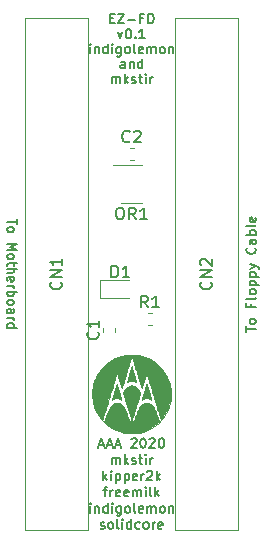
<source format=gbr>
G04 #@! TF.GenerationSoftware,KiCad,Pcbnew,5.1.6*
G04 #@! TF.CreationDate,2020-07-16T15:28:18+01:00*
G04 #@! TF.ProjectId,EZ-DF0,455a2d44-4630-42e6-9b69-6361645f7063,rev?*
G04 #@! TF.SameCoordinates,Original*
G04 #@! TF.FileFunction,Legend,Top*
G04 #@! TF.FilePolarity,Positive*
%FSLAX46Y46*%
G04 Gerber Fmt 4.6, Leading zero omitted, Abs format (unit mm)*
G04 Created by KiCad (PCBNEW 5.1.6) date 2020-07-16 15:28:18*
%MOMM*%
%LPD*%
G01*
G04 APERTURE LIST*
%ADD10C,0.152400*%
%ADD11C,0.010000*%
%ADD12C,0.120000*%
%ADD13C,0.150000*%
G04 APERTURE END LIST*
D10*
X133141961Y-99576466D02*
X133529009Y-99576466D01*
X133064552Y-99808695D02*
X133335485Y-98995895D01*
X133606419Y-99808695D01*
X133838647Y-99576466D02*
X134225695Y-99576466D01*
X133761238Y-99808695D02*
X134032171Y-98995895D01*
X134303104Y-99808695D01*
X134535333Y-99576466D02*
X134922380Y-99576466D01*
X134457923Y-99808695D02*
X134728857Y-98995895D01*
X134999790Y-99808695D01*
X135851295Y-99073304D02*
X135890000Y-99034600D01*
X135967409Y-98995895D01*
X136160933Y-98995895D01*
X136238342Y-99034600D01*
X136277047Y-99073304D01*
X136315752Y-99150714D01*
X136315752Y-99228123D01*
X136277047Y-99344238D01*
X135812590Y-99808695D01*
X136315752Y-99808695D01*
X136818914Y-98995895D02*
X136896323Y-98995895D01*
X136973733Y-99034600D01*
X137012438Y-99073304D01*
X137051142Y-99150714D01*
X137089847Y-99305533D01*
X137089847Y-99499057D01*
X137051142Y-99653876D01*
X137012438Y-99731285D01*
X136973733Y-99769990D01*
X136896323Y-99808695D01*
X136818914Y-99808695D01*
X136741504Y-99769990D01*
X136702800Y-99731285D01*
X136664095Y-99653876D01*
X136625390Y-99499057D01*
X136625390Y-99305533D01*
X136664095Y-99150714D01*
X136702800Y-99073304D01*
X136741504Y-99034600D01*
X136818914Y-98995895D01*
X137399485Y-99073304D02*
X137438190Y-99034600D01*
X137515600Y-98995895D01*
X137709123Y-98995895D01*
X137786533Y-99034600D01*
X137825238Y-99073304D01*
X137863942Y-99150714D01*
X137863942Y-99228123D01*
X137825238Y-99344238D01*
X137360780Y-99808695D01*
X137863942Y-99808695D01*
X138367104Y-98995895D02*
X138444514Y-98995895D01*
X138521923Y-99034600D01*
X138560628Y-99073304D01*
X138599333Y-99150714D01*
X138638038Y-99305533D01*
X138638038Y-99499057D01*
X138599333Y-99653876D01*
X138560628Y-99731285D01*
X138521923Y-99769990D01*
X138444514Y-99808695D01*
X138367104Y-99808695D01*
X138289695Y-99769990D01*
X138250990Y-99731285D01*
X138212285Y-99653876D01*
X138173580Y-99499057D01*
X138173580Y-99305533D01*
X138212285Y-99150714D01*
X138250990Y-99073304D01*
X138289695Y-99034600D01*
X138367104Y-98995895D01*
X134206342Y-101180295D02*
X134206342Y-100638428D01*
X134206342Y-100715838D02*
X134245047Y-100677133D01*
X134322457Y-100638428D01*
X134438571Y-100638428D01*
X134515980Y-100677133D01*
X134554685Y-100754542D01*
X134554685Y-101180295D01*
X134554685Y-100754542D02*
X134593390Y-100677133D01*
X134670800Y-100638428D01*
X134786914Y-100638428D01*
X134864323Y-100677133D01*
X134903028Y-100754542D01*
X134903028Y-101180295D01*
X135290076Y-101180295D02*
X135290076Y-100367495D01*
X135367485Y-100870657D02*
X135599714Y-101180295D01*
X135599714Y-100638428D02*
X135290076Y-100948066D01*
X135909352Y-101141590D02*
X135986761Y-101180295D01*
X136141580Y-101180295D01*
X136218990Y-101141590D01*
X136257695Y-101064180D01*
X136257695Y-101025476D01*
X136218990Y-100948066D01*
X136141580Y-100909361D01*
X136025466Y-100909361D01*
X135948057Y-100870657D01*
X135909352Y-100793247D01*
X135909352Y-100754542D01*
X135948057Y-100677133D01*
X136025466Y-100638428D01*
X136141580Y-100638428D01*
X136218990Y-100677133D01*
X136489923Y-100638428D02*
X136799561Y-100638428D01*
X136606038Y-100367495D02*
X136606038Y-101064180D01*
X136644742Y-101141590D01*
X136722152Y-101180295D01*
X136799561Y-101180295D01*
X137070495Y-101180295D02*
X137070495Y-100638428D01*
X137070495Y-100367495D02*
X137031790Y-100406200D01*
X137070495Y-100444904D01*
X137109200Y-100406200D01*
X137070495Y-100367495D01*
X137070495Y-100444904D01*
X137457542Y-101180295D02*
X137457542Y-100638428D01*
X137457542Y-100793247D02*
X137496247Y-100715838D01*
X137534952Y-100677133D01*
X137612361Y-100638428D01*
X137689771Y-100638428D01*
X133509657Y-102551895D02*
X133509657Y-101739095D01*
X133587066Y-102242257D02*
X133819295Y-102551895D01*
X133819295Y-102010028D02*
X133509657Y-102319666D01*
X134167638Y-102551895D02*
X134167638Y-102010028D01*
X134167638Y-101739095D02*
X134128933Y-101777800D01*
X134167638Y-101816504D01*
X134206342Y-101777800D01*
X134167638Y-101739095D01*
X134167638Y-101816504D01*
X134554685Y-102010028D02*
X134554685Y-102822828D01*
X134554685Y-102048733D02*
X134632095Y-102010028D01*
X134786914Y-102010028D01*
X134864323Y-102048733D01*
X134903028Y-102087438D01*
X134941733Y-102164847D01*
X134941733Y-102397076D01*
X134903028Y-102474485D01*
X134864323Y-102513190D01*
X134786914Y-102551895D01*
X134632095Y-102551895D01*
X134554685Y-102513190D01*
X135290076Y-102010028D02*
X135290076Y-102822828D01*
X135290076Y-102048733D02*
X135367485Y-102010028D01*
X135522304Y-102010028D01*
X135599714Y-102048733D01*
X135638419Y-102087438D01*
X135677123Y-102164847D01*
X135677123Y-102397076D01*
X135638419Y-102474485D01*
X135599714Y-102513190D01*
X135522304Y-102551895D01*
X135367485Y-102551895D01*
X135290076Y-102513190D01*
X136335104Y-102513190D02*
X136257695Y-102551895D01*
X136102876Y-102551895D01*
X136025466Y-102513190D01*
X135986761Y-102435780D01*
X135986761Y-102126142D01*
X136025466Y-102048733D01*
X136102876Y-102010028D01*
X136257695Y-102010028D01*
X136335104Y-102048733D01*
X136373809Y-102126142D01*
X136373809Y-102203552D01*
X135986761Y-102280961D01*
X136722152Y-102551895D02*
X136722152Y-102010028D01*
X136722152Y-102164847D02*
X136760857Y-102087438D01*
X136799561Y-102048733D01*
X136876971Y-102010028D01*
X136954380Y-102010028D01*
X137186609Y-101816504D02*
X137225314Y-101777800D01*
X137302723Y-101739095D01*
X137496247Y-101739095D01*
X137573657Y-101777800D01*
X137612361Y-101816504D01*
X137651066Y-101893914D01*
X137651066Y-101971323D01*
X137612361Y-102087438D01*
X137147904Y-102551895D01*
X137651066Y-102551895D01*
X137999409Y-102551895D02*
X137999409Y-101739095D01*
X138076819Y-102242257D02*
X138309047Y-102551895D01*
X138309047Y-102010028D02*
X137999409Y-102319666D01*
X133509657Y-103381628D02*
X133819295Y-103381628D01*
X133625771Y-103923495D02*
X133625771Y-103226809D01*
X133664476Y-103149400D01*
X133741885Y-103110695D01*
X133819295Y-103110695D01*
X134090228Y-103923495D02*
X134090228Y-103381628D01*
X134090228Y-103536447D02*
X134128933Y-103459038D01*
X134167638Y-103420333D01*
X134245047Y-103381628D01*
X134322457Y-103381628D01*
X134903028Y-103884790D02*
X134825619Y-103923495D01*
X134670800Y-103923495D01*
X134593390Y-103884790D01*
X134554685Y-103807380D01*
X134554685Y-103497742D01*
X134593390Y-103420333D01*
X134670800Y-103381628D01*
X134825619Y-103381628D01*
X134903028Y-103420333D01*
X134941733Y-103497742D01*
X134941733Y-103575152D01*
X134554685Y-103652561D01*
X135599714Y-103884790D02*
X135522304Y-103923495D01*
X135367485Y-103923495D01*
X135290076Y-103884790D01*
X135251371Y-103807380D01*
X135251371Y-103497742D01*
X135290076Y-103420333D01*
X135367485Y-103381628D01*
X135522304Y-103381628D01*
X135599714Y-103420333D01*
X135638419Y-103497742D01*
X135638419Y-103575152D01*
X135251371Y-103652561D01*
X135986761Y-103923495D02*
X135986761Y-103381628D01*
X135986761Y-103459038D02*
X136025466Y-103420333D01*
X136102876Y-103381628D01*
X136218990Y-103381628D01*
X136296400Y-103420333D01*
X136335104Y-103497742D01*
X136335104Y-103923495D01*
X136335104Y-103497742D02*
X136373809Y-103420333D01*
X136451219Y-103381628D01*
X136567333Y-103381628D01*
X136644742Y-103420333D01*
X136683447Y-103497742D01*
X136683447Y-103923495D01*
X137070495Y-103923495D02*
X137070495Y-103381628D01*
X137070495Y-103110695D02*
X137031790Y-103149400D01*
X137070495Y-103188104D01*
X137109200Y-103149400D01*
X137070495Y-103110695D01*
X137070495Y-103188104D01*
X137573657Y-103923495D02*
X137496247Y-103884790D01*
X137457542Y-103807380D01*
X137457542Y-103110695D01*
X137883295Y-103923495D02*
X137883295Y-103110695D01*
X137960704Y-103613857D02*
X138192933Y-103923495D01*
X138192933Y-103381628D02*
X137883295Y-103691266D01*
X132387219Y-105295095D02*
X132387219Y-104753228D01*
X132387219Y-104482295D02*
X132348514Y-104521000D01*
X132387219Y-104559704D01*
X132425923Y-104521000D01*
X132387219Y-104482295D01*
X132387219Y-104559704D01*
X132774266Y-104753228D02*
X132774266Y-105295095D01*
X132774266Y-104830638D02*
X132812971Y-104791933D01*
X132890380Y-104753228D01*
X133006495Y-104753228D01*
X133083904Y-104791933D01*
X133122609Y-104869342D01*
X133122609Y-105295095D01*
X133858000Y-105295095D02*
X133858000Y-104482295D01*
X133858000Y-105256390D02*
X133780590Y-105295095D01*
X133625771Y-105295095D01*
X133548361Y-105256390D01*
X133509657Y-105217685D01*
X133470952Y-105140276D01*
X133470952Y-104908047D01*
X133509657Y-104830638D01*
X133548361Y-104791933D01*
X133625771Y-104753228D01*
X133780590Y-104753228D01*
X133858000Y-104791933D01*
X134245047Y-105295095D02*
X134245047Y-104753228D01*
X134245047Y-104482295D02*
X134206342Y-104521000D01*
X134245047Y-104559704D01*
X134283752Y-104521000D01*
X134245047Y-104482295D01*
X134245047Y-104559704D01*
X134980438Y-104753228D02*
X134980438Y-105411209D01*
X134941733Y-105488619D01*
X134903028Y-105527323D01*
X134825619Y-105566028D01*
X134709504Y-105566028D01*
X134632095Y-105527323D01*
X134980438Y-105256390D02*
X134903028Y-105295095D01*
X134748209Y-105295095D01*
X134670800Y-105256390D01*
X134632095Y-105217685D01*
X134593390Y-105140276D01*
X134593390Y-104908047D01*
X134632095Y-104830638D01*
X134670800Y-104791933D01*
X134748209Y-104753228D01*
X134903028Y-104753228D01*
X134980438Y-104791933D01*
X135483600Y-105295095D02*
X135406190Y-105256390D01*
X135367485Y-105217685D01*
X135328780Y-105140276D01*
X135328780Y-104908047D01*
X135367485Y-104830638D01*
X135406190Y-104791933D01*
X135483600Y-104753228D01*
X135599714Y-104753228D01*
X135677123Y-104791933D01*
X135715828Y-104830638D01*
X135754533Y-104908047D01*
X135754533Y-105140276D01*
X135715828Y-105217685D01*
X135677123Y-105256390D01*
X135599714Y-105295095D01*
X135483600Y-105295095D01*
X136218990Y-105295095D02*
X136141580Y-105256390D01*
X136102876Y-105178980D01*
X136102876Y-104482295D01*
X136838266Y-105256390D02*
X136760857Y-105295095D01*
X136606038Y-105295095D01*
X136528628Y-105256390D01*
X136489923Y-105178980D01*
X136489923Y-104869342D01*
X136528628Y-104791933D01*
X136606038Y-104753228D01*
X136760857Y-104753228D01*
X136838266Y-104791933D01*
X136876971Y-104869342D01*
X136876971Y-104946752D01*
X136489923Y-105024161D01*
X137225314Y-105295095D02*
X137225314Y-104753228D01*
X137225314Y-104830638D02*
X137264019Y-104791933D01*
X137341428Y-104753228D01*
X137457542Y-104753228D01*
X137534952Y-104791933D01*
X137573657Y-104869342D01*
X137573657Y-105295095D01*
X137573657Y-104869342D02*
X137612361Y-104791933D01*
X137689771Y-104753228D01*
X137805885Y-104753228D01*
X137883295Y-104791933D01*
X137922000Y-104869342D01*
X137922000Y-105295095D01*
X138425161Y-105295095D02*
X138347752Y-105256390D01*
X138309047Y-105217685D01*
X138270342Y-105140276D01*
X138270342Y-104908047D01*
X138309047Y-104830638D01*
X138347752Y-104791933D01*
X138425161Y-104753228D01*
X138541276Y-104753228D01*
X138618685Y-104791933D01*
X138657390Y-104830638D01*
X138696095Y-104908047D01*
X138696095Y-105140276D01*
X138657390Y-105217685D01*
X138618685Y-105256390D01*
X138541276Y-105295095D01*
X138425161Y-105295095D01*
X139044438Y-104753228D02*
X139044438Y-105295095D01*
X139044438Y-104830638D02*
X139083142Y-104791933D01*
X139160552Y-104753228D01*
X139276666Y-104753228D01*
X139354076Y-104791933D01*
X139392780Y-104869342D01*
X139392780Y-105295095D01*
X133258076Y-106627990D02*
X133335485Y-106666695D01*
X133490304Y-106666695D01*
X133567714Y-106627990D01*
X133606419Y-106550580D01*
X133606419Y-106511876D01*
X133567714Y-106434466D01*
X133490304Y-106395761D01*
X133374190Y-106395761D01*
X133296780Y-106357057D01*
X133258076Y-106279647D01*
X133258076Y-106240942D01*
X133296780Y-106163533D01*
X133374190Y-106124828D01*
X133490304Y-106124828D01*
X133567714Y-106163533D01*
X134070876Y-106666695D02*
X133993466Y-106627990D01*
X133954761Y-106589285D01*
X133916057Y-106511876D01*
X133916057Y-106279647D01*
X133954761Y-106202238D01*
X133993466Y-106163533D01*
X134070876Y-106124828D01*
X134186990Y-106124828D01*
X134264400Y-106163533D01*
X134303104Y-106202238D01*
X134341809Y-106279647D01*
X134341809Y-106511876D01*
X134303104Y-106589285D01*
X134264400Y-106627990D01*
X134186990Y-106666695D01*
X134070876Y-106666695D01*
X134806266Y-106666695D02*
X134728857Y-106627990D01*
X134690152Y-106550580D01*
X134690152Y-105853895D01*
X135115904Y-106666695D02*
X135115904Y-106124828D01*
X135115904Y-105853895D02*
X135077200Y-105892600D01*
X135115904Y-105931304D01*
X135154609Y-105892600D01*
X135115904Y-105853895D01*
X135115904Y-105931304D01*
X135851295Y-106666695D02*
X135851295Y-105853895D01*
X135851295Y-106627990D02*
X135773885Y-106666695D01*
X135619066Y-106666695D01*
X135541657Y-106627990D01*
X135502952Y-106589285D01*
X135464247Y-106511876D01*
X135464247Y-106279647D01*
X135502952Y-106202238D01*
X135541657Y-106163533D01*
X135619066Y-106124828D01*
X135773885Y-106124828D01*
X135851295Y-106163533D01*
X136586685Y-106627990D02*
X136509276Y-106666695D01*
X136354457Y-106666695D01*
X136277047Y-106627990D01*
X136238342Y-106589285D01*
X136199638Y-106511876D01*
X136199638Y-106279647D01*
X136238342Y-106202238D01*
X136277047Y-106163533D01*
X136354457Y-106124828D01*
X136509276Y-106124828D01*
X136586685Y-106163533D01*
X137051142Y-106666695D02*
X136973733Y-106627990D01*
X136935028Y-106589285D01*
X136896323Y-106511876D01*
X136896323Y-106279647D01*
X136935028Y-106202238D01*
X136973733Y-106163533D01*
X137051142Y-106124828D01*
X137167257Y-106124828D01*
X137244666Y-106163533D01*
X137283371Y-106202238D01*
X137322076Y-106279647D01*
X137322076Y-106511876D01*
X137283371Y-106589285D01*
X137244666Y-106627990D01*
X137167257Y-106666695D01*
X137051142Y-106666695D01*
X137670419Y-106666695D02*
X137670419Y-106124828D01*
X137670419Y-106279647D02*
X137709123Y-106202238D01*
X137747828Y-106163533D01*
X137825238Y-106124828D01*
X137902647Y-106124828D01*
X138483219Y-106627990D02*
X138405809Y-106666695D01*
X138250990Y-106666695D01*
X138173580Y-106627990D01*
X138134876Y-106550580D01*
X138134876Y-106240942D01*
X138173580Y-106163533D01*
X138250990Y-106124828D01*
X138405809Y-106124828D01*
X138483219Y-106163533D01*
X138521923Y-106240942D01*
X138521923Y-106318352D01*
X138134876Y-106395761D01*
X134206342Y-68947695D02*
X134206342Y-68405828D01*
X134206342Y-68483238D02*
X134245047Y-68444533D01*
X134322457Y-68405828D01*
X134438571Y-68405828D01*
X134515980Y-68444533D01*
X134554685Y-68521942D01*
X134554685Y-68947695D01*
X134554685Y-68521942D02*
X134593390Y-68444533D01*
X134670800Y-68405828D01*
X134786914Y-68405828D01*
X134864323Y-68444533D01*
X134903028Y-68521942D01*
X134903028Y-68947695D01*
X135290076Y-68947695D02*
X135290076Y-68134895D01*
X135367485Y-68638057D02*
X135599714Y-68947695D01*
X135599714Y-68405828D02*
X135290076Y-68715466D01*
X135909352Y-68908990D02*
X135986761Y-68947695D01*
X136141580Y-68947695D01*
X136218990Y-68908990D01*
X136257695Y-68831580D01*
X136257695Y-68792876D01*
X136218990Y-68715466D01*
X136141580Y-68676761D01*
X136025466Y-68676761D01*
X135948057Y-68638057D01*
X135909352Y-68560647D01*
X135909352Y-68521942D01*
X135948057Y-68444533D01*
X136025466Y-68405828D01*
X136141580Y-68405828D01*
X136218990Y-68444533D01*
X136489923Y-68405828D02*
X136799561Y-68405828D01*
X136606038Y-68134895D02*
X136606038Y-68831580D01*
X136644742Y-68908990D01*
X136722152Y-68947695D01*
X136799561Y-68947695D01*
X137070495Y-68947695D02*
X137070495Y-68405828D01*
X137070495Y-68134895D02*
X137031790Y-68173600D01*
X137070495Y-68212304D01*
X137109200Y-68173600D01*
X137070495Y-68134895D01*
X137070495Y-68212304D01*
X137457542Y-68947695D02*
X137457542Y-68405828D01*
X137457542Y-68560647D02*
X137496247Y-68483238D01*
X137534952Y-68444533D01*
X137612361Y-68405828D01*
X137689771Y-68405828D01*
X135328780Y-67677695D02*
X135328780Y-67251942D01*
X135290076Y-67174533D01*
X135212666Y-67135828D01*
X135057847Y-67135828D01*
X134980438Y-67174533D01*
X135328780Y-67638990D02*
X135251371Y-67677695D01*
X135057847Y-67677695D01*
X134980438Y-67638990D01*
X134941733Y-67561580D01*
X134941733Y-67484171D01*
X134980438Y-67406761D01*
X135057847Y-67368057D01*
X135251371Y-67368057D01*
X135328780Y-67329352D01*
X135715828Y-67135828D02*
X135715828Y-67677695D01*
X135715828Y-67213238D02*
X135754533Y-67174533D01*
X135831942Y-67135828D01*
X135948057Y-67135828D01*
X136025466Y-67174533D01*
X136064171Y-67251942D01*
X136064171Y-67677695D01*
X136799561Y-67677695D02*
X136799561Y-66864895D01*
X136799561Y-67638990D02*
X136722152Y-67677695D01*
X136567333Y-67677695D01*
X136489923Y-67638990D01*
X136451219Y-67600285D01*
X136412514Y-67522876D01*
X136412514Y-67290647D01*
X136451219Y-67213238D01*
X136489923Y-67174533D01*
X136567333Y-67135828D01*
X136722152Y-67135828D01*
X136799561Y-67174533D01*
X132387219Y-66407695D02*
X132387219Y-65865828D01*
X132387219Y-65594895D02*
X132348514Y-65633600D01*
X132387219Y-65672304D01*
X132425923Y-65633600D01*
X132387219Y-65594895D01*
X132387219Y-65672304D01*
X132774266Y-65865828D02*
X132774266Y-66407695D01*
X132774266Y-65943238D02*
X132812971Y-65904533D01*
X132890380Y-65865828D01*
X133006495Y-65865828D01*
X133083904Y-65904533D01*
X133122609Y-65981942D01*
X133122609Y-66407695D01*
X133858000Y-66407695D02*
X133858000Y-65594895D01*
X133858000Y-66368990D02*
X133780590Y-66407695D01*
X133625771Y-66407695D01*
X133548361Y-66368990D01*
X133509657Y-66330285D01*
X133470952Y-66252876D01*
X133470952Y-66020647D01*
X133509657Y-65943238D01*
X133548361Y-65904533D01*
X133625771Y-65865828D01*
X133780590Y-65865828D01*
X133858000Y-65904533D01*
X134245047Y-66407695D02*
X134245047Y-65865828D01*
X134245047Y-65594895D02*
X134206342Y-65633600D01*
X134245047Y-65672304D01*
X134283752Y-65633600D01*
X134245047Y-65594895D01*
X134245047Y-65672304D01*
X134980438Y-65865828D02*
X134980438Y-66523809D01*
X134941733Y-66601219D01*
X134903028Y-66639923D01*
X134825619Y-66678628D01*
X134709504Y-66678628D01*
X134632095Y-66639923D01*
X134980438Y-66368990D02*
X134903028Y-66407695D01*
X134748209Y-66407695D01*
X134670800Y-66368990D01*
X134632095Y-66330285D01*
X134593390Y-66252876D01*
X134593390Y-66020647D01*
X134632095Y-65943238D01*
X134670800Y-65904533D01*
X134748209Y-65865828D01*
X134903028Y-65865828D01*
X134980438Y-65904533D01*
X135483600Y-66407695D02*
X135406190Y-66368990D01*
X135367485Y-66330285D01*
X135328780Y-66252876D01*
X135328780Y-66020647D01*
X135367485Y-65943238D01*
X135406190Y-65904533D01*
X135483600Y-65865828D01*
X135599714Y-65865828D01*
X135677123Y-65904533D01*
X135715828Y-65943238D01*
X135754533Y-66020647D01*
X135754533Y-66252876D01*
X135715828Y-66330285D01*
X135677123Y-66368990D01*
X135599714Y-66407695D01*
X135483600Y-66407695D01*
X136218990Y-66407695D02*
X136141580Y-66368990D01*
X136102876Y-66291580D01*
X136102876Y-65594895D01*
X136838266Y-66368990D02*
X136760857Y-66407695D01*
X136606038Y-66407695D01*
X136528628Y-66368990D01*
X136489923Y-66291580D01*
X136489923Y-65981942D01*
X136528628Y-65904533D01*
X136606038Y-65865828D01*
X136760857Y-65865828D01*
X136838266Y-65904533D01*
X136876971Y-65981942D01*
X136876971Y-66059352D01*
X136489923Y-66136761D01*
X137225314Y-66407695D02*
X137225314Y-65865828D01*
X137225314Y-65943238D02*
X137264019Y-65904533D01*
X137341428Y-65865828D01*
X137457542Y-65865828D01*
X137534952Y-65904533D01*
X137573657Y-65981942D01*
X137573657Y-66407695D01*
X137573657Y-65981942D02*
X137612361Y-65904533D01*
X137689771Y-65865828D01*
X137805885Y-65865828D01*
X137883295Y-65904533D01*
X137922000Y-65981942D01*
X137922000Y-66407695D01*
X138425161Y-66407695D02*
X138347752Y-66368990D01*
X138309047Y-66330285D01*
X138270342Y-66252876D01*
X138270342Y-66020647D01*
X138309047Y-65943238D01*
X138347752Y-65904533D01*
X138425161Y-65865828D01*
X138541276Y-65865828D01*
X138618685Y-65904533D01*
X138657390Y-65943238D01*
X138696095Y-66020647D01*
X138696095Y-66252876D01*
X138657390Y-66330285D01*
X138618685Y-66368990D01*
X138541276Y-66407695D01*
X138425161Y-66407695D01*
X139044438Y-65865828D02*
X139044438Y-66407695D01*
X139044438Y-65943238D02*
X139083142Y-65904533D01*
X139160552Y-65865828D01*
X139276666Y-65865828D01*
X139354076Y-65904533D01*
X139392780Y-65981942D01*
X139392780Y-66407695D01*
X134728857Y-64595828D02*
X134922380Y-65137695D01*
X135115904Y-64595828D01*
X135580361Y-64324895D02*
X135657771Y-64324895D01*
X135735180Y-64363600D01*
X135773885Y-64402304D01*
X135812590Y-64479714D01*
X135851295Y-64634533D01*
X135851295Y-64828057D01*
X135812590Y-64982876D01*
X135773885Y-65060285D01*
X135735180Y-65098990D01*
X135657771Y-65137695D01*
X135580361Y-65137695D01*
X135502952Y-65098990D01*
X135464247Y-65060285D01*
X135425542Y-64982876D01*
X135386838Y-64828057D01*
X135386838Y-64634533D01*
X135425542Y-64479714D01*
X135464247Y-64402304D01*
X135502952Y-64363600D01*
X135580361Y-64324895D01*
X136199638Y-65060285D02*
X136238342Y-65098990D01*
X136199638Y-65137695D01*
X136160933Y-65098990D01*
X136199638Y-65060285D01*
X136199638Y-65137695D01*
X137012438Y-65137695D02*
X136547980Y-65137695D01*
X136780209Y-65137695D02*
X136780209Y-64324895D01*
X136702800Y-64441009D01*
X136625390Y-64518419D01*
X136547980Y-64557123D01*
X134070876Y-63441942D02*
X134341809Y-63441942D01*
X134457923Y-63867695D02*
X134070876Y-63867695D01*
X134070876Y-63054895D01*
X134457923Y-63054895D01*
X134728857Y-63054895D02*
X135270723Y-63054895D01*
X134728857Y-63867695D01*
X135270723Y-63867695D01*
X135580361Y-63558057D02*
X136199638Y-63558057D01*
X136857619Y-63441942D02*
X136586685Y-63441942D01*
X136586685Y-63867695D02*
X136586685Y-63054895D01*
X136973733Y-63054895D01*
X137283371Y-63867695D02*
X137283371Y-63054895D01*
X137476895Y-63054895D01*
X137593009Y-63093600D01*
X137670419Y-63171009D01*
X137709123Y-63248419D01*
X137747828Y-63403238D01*
X137747828Y-63519352D01*
X137709123Y-63674171D01*
X137670419Y-63751580D01*
X137593009Y-63828990D01*
X137476895Y-63867695D01*
X137283371Y-63867695D01*
X145604895Y-89986152D02*
X145604895Y-89521695D01*
X146417695Y-89753923D02*
X145604895Y-89753923D01*
X146417695Y-89134647D02*
X146378990Y-89212057D01*
X146340285Y-89250761D01*
X146262876Y-89289466D01*
X146030647Y-89289466D01*
X145953238Y-89250761D01*
X145914533Y-89212057D01*
X145875828Y-89134647D01*
X145875828Y-89018533D01*
X145914533Y-88941123D01*
X145953238Y-88902419D01*
X146030647Y-88863714D01*
X146262876Y-88863714D01*
X146340285Y-88902419D01*
X146378990Y-88941123D01*
X146417695Y-89018533D01*
X146417695Y-89134647D01*
X145991942Y-87625161D02*
X145991942Y-87896095D01*
X146417695Y-87896095D02*
X145604895Y-87896095D01*
X145604895Y-87509047D01*
X146417695Y-87083295D02*
X146378990Y-87160704D01*
X146301580Y-87199409D01*
X145604895Y-87199409D01*
X146417695Y-86657542D02*
X146378990Y-86734952D01*
X146340285Y-86773657D01*
X146262876Y-86812361D01*
X146030647Y-86812361D01*
X145953238Y-86773657D01*
X145914533Y-86734952D01*
X145875828Y-86657542D01*
X145875828Y-86541428D01*
X145914533Y-86464019D01*
X145953238Y-86425314D01*
X146030647Y-86386609D01*
X146262876Y-86386609D01*
X146340285Y-86425314D01*
X146378990Y-86464019D01*
X146417695Y-86541428D01*
X146417695Y-86657542D01*
X145875828Y-86038266D02*
X146688628Y-86038266D01*
X145914533Y-86038266D02*
X145875828Y-85960857D01*
X145875828Y-85806038D01*
X145914533Y-85728628D01*
X145953238Y-85689923D01*
X146030647Y-85651219D01*
X146262876Y-85651219D01*
X146340285Y-85689923D01*
X146378990Y-85728628D01*
X146417695Y-85806038D01*
X146417695Y-85960857D01*
X146378990Y-86038266D01*
X145875828Y-85302876D02*
X146688628Y-85302876D01*
X145914533Y-85302876D02*
X145875828Y-85225466D01*
X145875828Y-85070647D01*
X145914533Y-84993238D01*
X145953238Y-84954533D01*
X146030647Y-84915828D01*
X146262876Y-84915828D01*
X146340285Y-84954533D01*
X146378990Y-84993238D01*
X146417695Y-85070647D01*
X146417695Y-85225466D01*
X146378990Y-85302876D01*
X145875828Y-84644895D02*
X146417695Y-84451371D01*
X145875828Y-84257847D02*
X146417695Y-84451371D01*
X146611219Y-84528780D01*
X146649923Y-84567485D01*
X146688628Y-84644895D01*
X146340285Y-82864476D02*
X146378990Y-82903180D01*
X146417695Y-83019295D01*
X146417695Y-83096704D01*
X146378990Y-83212819D01*
X146301580Y-83290228D01*
X146224171Y-83328933D01*
X146069352Y-83367638D01*
X145953238Y-83367638D01*
X145798419Y-83328933D01*
X145721009Y-83290228D01*
X145643600Y-83212819D01*
X145604895Y-83096704D01*
X145604895Y-83019295D01*
X145643600Y-82903180D01*
X145682304Y-82864476D01*
X146417695Y-82167790D02*
X145991942Y-82167790D01*
X145914533Y-82206495D01*
X145875828Y-82283904D01*
X145875828Y-82438723D01*
X145914533Y-82516133D01*
X146378990Y-82167790D02*
X146417695Y-82245200D01*
X146417695Y-82438723D01*
X146378990Y-82516133D01*
X146301580Y-82554838D01*
X146224171Y-82554838D01*
X146146761Y-82516133D01*
X146108057Y-82438723D01*
X146108057Y-82245200D01*
X146069352Y-82167790D01*
X146417695Y-81780742D02*
X145604895Y-81780742D01*
X145914533Y-81780742D02*
X145875828Y-81703333D01*
X145875828Y-81548514D01*
X145914533Y-81471104D01*
X145953238Y-81432400D01*
X146030647Y-81393695D01*
X146262876Y-81393695D01*
X146340285Y-81432400D01*
X146378990Y-81471104D01*
X146417695Y-81548514D01*
X146417695Y-81703333D01*
X146378990Y-81780742D01*
X146417695Y-80929238D02*
X146378990Y-81006647D01*
X146301580Y-81045352D01*
X145604895Y-81045352D01*
X146378990Y-80309961D02*
X146417695Y-80387371D01*
X146417695Y-80542190D01*
X146378990Y-80619600D01*
X146301580Y-80658304D01*
X145991942Y-80658304D01*
X145914533Y-80619600D01*
X145875828Y-80542190D01*
X145875828Y-80387371D01*
X145914533Y-80309961D01*
X145991942Y-80271257D01*
X146069352Y-80271257D01*
X146146761Y-80658304D01*
X126175104Y-80426076D02*
X126175104Y-80890533D01*
X125362304Y-80658304D02*
X126175104Y-80658304D01*
X125362304Y-81277580D02*
X125401009Y-81200171D01*
X125439714Y-81161466D01*
X125517123Y-81122761D01*
X125749352Y-81122761D01*
X125826761Y-81161466D01*
X125865466Y-81200171D01*
X125904171Y-81277580D01*
X125904171Y-81393695D01*
X125865466Y-81471104D01*
X125826761Y-81509809D01*
X125749352Y-81548514D01*
X125517123Y-81548514D01*
X125439714Y-81509809D01*
X125401009Y-81471104D01*
X125362304Y-81393695D01*
X125362304Y-81277580D01*
X125362304Y-82516133D02*
X126175104Y-82516133D01*
X125594533Y-82787066D01*
X126175104Y-83058000D01*
X125362304Y-83058000D01*
X125362304Y-83561161D02*
X125401009Y-83483752D01*
X125439714Y-83445047D01*
X125517123Y-83406342D01*
X125749352Y-83406342D01*
X125826761Y-83445047D01*
X125865466Y-83483752D01*
X125904171Y-83561161D01*
X125904171Y-83677276D01*
X125865466Y-83754685D01*
X125826761Y-83793390D01*
X125749352Y-83832095D01*
X125517123Y-83832095D01*
X125439714Y-83793390D01*
X125401009Y-83754685D01*
X125362304Y-83677276D01*
X125362304Y-83561161D01*
X125904171Y-84064323D02*
X125904171Y-84373961D01*
X126175104Y-84180438D02*
X125478419Y-84180438D01*
X125401009Y-84219142D01*
X125362304Y-84296552D01*
X125362304Y-84373961D01*
X125362304Y-84644895D02*
X126175104Y-84644895D01*
X125362304Y-84993238D02*
X125788057Y-84993238D01*
X125865466Y-84954533D01*
X125904171Y-84877123D01*
X125904171Y-84761009D01*
X125865466Y-84683600D01*
X125826761Y-84644895D01*
X125401009Y-85689923D02*
X125362304Y-85612514D01*
X125362304Y-85457695D01*
X125401009Y-85380285D01*
X125478419Y-85341580D01*
X125788057Y-85341580D01*
X125865466Y-85380285D01*
X125904171Y-85457695D01*
X125904171Y-85612514D01*
X125865466Y-85689923D01*
X125788057Y-85728628D01*
X125710647Y-85728628D01*
X125633238Y-85341580D01*
X125362304Y-86076971D02*
X125904171Y-86076971D01*
X125749352Y-86076971D02*
X125826761Y-86115676D01*
X125865466Y-86154380D01*
X125904171Y-86231790D01*
X125904171Y-86309200D01*
X125362304Y-86580133D02*
X126175104Y-86580133D01*
X125865466Y-86580133D02*
X125904171Y-86657542D01*
X125904171Y-86812361D01*
X125865466Y-86889771D01*
X125826761Y-86928476D01*
X125749352Y-86967180D01*
X125517123Y-86967180D01*
X125439714Y-86928476D01*
X125401009Y-86889771D01*
X125362304Y-86812361D01*
X125362304Y-86657542D01*
X125401009Y-86580133D01*
X125362304Y-87431638D02*
X125401009Y-87354228D01*
X125439714Y-87315523D01*
X125517123Y-87276819D01*
X125749352Y-87276819D01*
X125826761Y-87315523D01*
X125865466Y-87354228D01*
X125904171Y-87431638D01*
X125904171Y-87547752D01*
X125865466Y-87625161D01*
X125826761Y-87663866D01*
X125749352Y-87702571D01*
X125517123Y-87702571D01*
X125439714Y-87663866D01*
X125401009Y-87625161D01*
X125362304Y-87547752D01*
X125362304Y-87431638D01*
X125362304Y-88399257D02*
X125788057Y-88399257D01*
X125865466Y-88360552D01*
X125904171Y-88283142D01*
X125904171Y-88128323D01*
X125865466Y-88050914D01*
X125401009Y-88399257D02*
X125362304Y-88321847D01*
X125362304Y-88128323D01*
X125401009Y-88050914D01*
X125478419Y-88012209D01*
X125555828Y-88012209D01*
X125633238Y-88050914D01*
X125671942Y-88128323D01*
X125671942Y-88321847D01*
X125710647Y-88399257D01*
X125362304Y-88786304D02*
X125904171Y-88786304D01*
X125749352Y-88786304D02*
X125826761Y-88825009D01*
X125865466Y-88863714D01*
X125904171Y-88941123D01*
X125904171Y-89018533D01*
X125362304Y-89637809D02*
X126175104Y-89637809D01*
X125401009Y-89637809D02*
X125362304Y-89560400D01*
X125362304Y-89405580D01*
X125401009Y-89328171D01*
X125439714Y-89289466D01*
X125517123Y-89250761D01*
X125749352Y-89250761D01*
X125826761Y-89289466D01*
X125865466Y-89328171D01*
X125904171Y-89405580D01*
X125904171Y-89560400D01*
X125865466Y-89637809D01*
D11*
G36*
X137227028Y-95995978D02*
G01*
X137348649Y-96034143D01*
X137465676Y-96098509D01*
X137575604Y-96187130D01*
X137675929Y-96298062D01*
X137745884Y-96398795D01*
X137803175Y-96501424D01*
X137863176Y-96627027D01*
X137924013Y-96770730D01*
X137983814Y-96927658D01*
X138040706Y-97092938D01*
X138092815Y-97261695D01*
X138131359Y-97401944D01*
X138171449Y-97557166D01*
X138232255Y-97564222D01*
X138293062Y-97571278D01*
X138191661Y-97666784D01*
X137959471Y-97866248D01*
X137710554Y-98043588D01*
X137446899Y-98197809D01*
X137170492Y-98327913D01*
X136883317Y-98432906D01*
X136587363Y-98511789D01*
X136454444Y-98538047D01*
X136382127Y-98549669D01*
X136310405Y-98558440D01*
X136233013Y-98564808D01*
X136143688Y-98569219D01*
X136036163Y-98572123D01*
X135960555Y-98573323D01*
X135865605Y-98574267D01*
X135777454Y-98574604D01*
X135700952Y-98574358D01*
X135640951Y-98573555D01*
X135602301Y-98572218D01*
X135593666Y-98571510D01*
X135461074Y-98553613D01*
X135326308Y-98531869D01*
X135199828Y-98508086D01*
X135101493Y-98486378D01*
X134832263Y-98408169D01*
X134567845Y-98305982D01*
X134312172Y-98181961D01*
X134069178Y-98038249D01*
X133842795Y-97876992D01*
X133636957Y-97700334D01*
X133606997Y-97671568D01*
X133504161Y-97571278D01*
X133563412Y-97564222D01*
X133622662Y-97557166D01*
X133662752Y-97401944D01*
X133709424Y-97234021D01*
X133762445Y-97065499D01*
X133819941Y-96901254D01*
X133880040Y-96746158D01*
X133940869Y-96605086D01*
X134000554Y-96482912D01*
X134048227Y-96398795D01*
X134133502Y-96279022D01*
X134228796Y-96177627D01*
X134331363Y-96096235D01*
X134438453Y-96036470D01*
X134547322Y-95999957D01*
X134655220Y-95988321D01*
X134729361Y-95995978D01*
X134850982Y-96034143D01*
X134968010Y-96098509D01*
X135077938Y-96187130D01*
X135178262Y-96298062D01*
X135248217Y-96398795D01*
X135305552Y-96501504D01*
X135365594Y-96627211D01*
X135426480Y-96771062D01*
X135486343Y-96928205D01*
X135543320Y-97093789D01*
X135595544Y-97262960D01*
X135633770Y-97401944D01*
X135673939Y-97557166D01*
X136120172Y-97557166D01*
X136160340Y-97401944D01*
X136207234Y-97233468D01*
X136260419Y-97064573D01*
X136318032Y-96900109D01*
X136378207Y-96744931D01*
X136439080Y-96603889D01*
X136498786Y-96481837D01*
X136545893Y-96398795D01*
X136631169Y-96279022D01*
X136726463Y-96177627D01*
X136829029Y-96096235D01*
X136936120Y-96036470D01*
X137044988Y-95999957D01*
X137152887Y-95988321D01*
X137227028Y-95995978D01*
G37*
X137227028Y-95995978D02*
X137348649Y-96034143D01*
X137465676Y-96098509D01*
X137575604Y-96187130D01*
X137675929Y-96298062D01*
X137745884Y-96398795D01*
X137803175Y-96501424D01*
X137863176Y-96627027D01*
X137924013Y-96770730D01*
X137983814Y-96927658D01*
X138040706Y-97092938D01*
X138092815Y-97261695D01*
X138131359Y-97401944D01*
X138171449Y-97557166D01*
X138232255Y-97564222D01*
X138293062Y-97571278D01*
X138191661Y-97666784D01*
X137959471Y-97866248D01*
X137710554Y-98043588D01*
X137446899Y-98197809D01*
X137170492Y-98327913D01*
X136883317Y-98432906D01*
X136587363Y-98511789D01*
X136454444Y-98538047D01*
X136382127Y-98549669D01*
X136310405Y-98558440D01*
X136233013Y-98564808D01*
X136143688Y-98569219D01*
X136036163Y-98572123D01*
X135960555Y-98573323D01*
X135865605Y-98574267D01*
X135777454Y-98574604D01*
X135700952Y-98574358D01*
X135640951Y-98573555D01*
X135602301Y-98572218D01*
X135593666Y-98571510D01*
X135461074Y-98553613D01*
X135326308Y-98531869D01*
X135199828Y-98508086D01*
X135101493Y-98486378D01*
X134832263Y-98408169D01*
X134567845Y-98305982D01*
X134312172Y-98181961D01*
X134069178Y-98038249D01*
X133842795Y-97876992D01*
X133636957Y-97700334D01*
X133606997Y-97671568D01*
X133504161Y-97571278D01*
X133563412Y-97564222D01*
X133622662Y-97557166D01*
X133662752Y-97401944D01*
X133709424Y-97234021D01*
X133762445Y-97065499D01*
X133819941Y-96901254D01*
X133880040Y-96746158D01*
X133940869Y-96605086D01*
X134000554Y-96482912D01*
X134048227Y-96398795D01*
X134133502Y-96279022D01*
X134228796Y-96177627D01*
X134331363Y-96096235D01*
X134438453Y-96036470D01*
X134547322Y-95999957D01*
X134655220Y-95988321D01*
X134729361Y-95995978D01*
X134850982Y-96034143D01*
X134968010Y-96098509D01*
X135077938Y-96187130D01*
X135178262Y-96298062D01*
X135248217Y-96398795D01*
X135305552Y-96501504D01*
X135365594Y-96627211D01*
X135426480Y-96771062D01*
X135486343Y-96928205D01*
X135543320Y-97093789D01*
X135595544Y-97262960D01*
X135633770Y-97401944D01*
X135673939Y-97557166D01*
X136120172Y-97557166D01*
X136160340Y-97401944D01*
X136207234Y-97233468D01*
X136260419Y-97064573D01*
X136318032Y-96900109D01*
X136378207Y-96744931D01*
X136439080Y-96603889D01*
X136498786Y-96481837D01*
X136545893Y-96398795D01*
X136631169Y-96279022D01*
X136726463Y-96177627D01*
X136829029Y-96096235D01*
X136936120Y-96036470D01*
X137044988Y-95999957D01*
X137152887Y-95988321D01*
X137227028Y-95995978D01*
G36*
X136018186Y-94540670D02*
G01*
X136131443Y-94582024D01*
X136241456Y-94649991D01*
X136346644Y-94744572D01*
X136445429Y-94865765D01*
X136526876Y-94996364D01*
X136555886Y-95045825D01*
X136581645Y-95084163D01*
X136600206Y-95105734D01*
X136605306Y-95108475D01*
X136626991Y-95117818D01*
X136629737Y-95121226D01*
X136627515Y-95137359D01*
X136617487Y-95177338D01*
X136600564Y-95238166D01*
X136577656Y-95316847D01*
X136549674Y-95410384D01*
X136517530Y-95515780D01*
X136482132Y-95630038D01*
X136444394Y-95750163D01*
X136405224Y-95873157D01*
X136365535Y-95996025D01*
X136341848Y-96068444D01*
X136325478Y-96119262D01*
X136302082Y-96193349D01*
X136272819Y-96286963D01*
X136238850Y-96396363D01*
X136201334Y-96517808D01*
X136161429Y-96647558D01*
X136120297Y-96781871D01*
X136092559Y-96872778D01*
X136053681Y-97000242D01*
X136017318Y-97119177D01*
X135984292Y-97226914D01*
X135955426Y-97320782D01*
X135931541Y-97398111D01*
X135913461Y-97456231D01*
X135902009Y-97492473D01*
X135898033Y-97504195D01*
X135893373Y-97491955D01*
X135881454Y-97455570D01*
X135863172Y-97397916D01*
X135839424Y-97321866D01*
X135811106Y-97230293D01*
X135779115Y-97126073D01*
X135744346Y-97012080D01*
X135735231Y-96982084D01*
X135695589Y-96851907D01*
X135654770Y-96718566D01*
X135614373Y-96587234D01*
X135575997Y-96463083D01*
X135541239Y-96351286D01*
X135511697Y-96257015D01*
X135492175Y-96195444D01*
X135420306Y-95970048D01*
X135357279Y-95771041D01*
X135303109Y-95598472D01*
X135257809Y-95452388D01*
X135221395Y-95332836D01*
X135193882Y-95239864D01*
X135175282Y-95173521D01*
X135165613Y-95133853D01*
X135164407Y-95121173D01*
X135183886Y-95109065D01*
X135188805Y-95108475D01*
X135202640Y-95096693D01*
X135225521Y-95065501D01*
X135253500Y-95020545D01*
X135267234Y-94996364D01*
X135358972Y-94851425D01*
X135458522Y-94733100D01*
X135564307Y-94641387D01*
X135674745Y-94576288D01*
X135788257Y-94537802D01*
X135903264Y-94525929D01*
X136018186Y-94540670D01*
G37*
X136018186Y-94540670D02*
X136131443Y-94582024D01*
X136241456Y-94649991D01*
X136346644Y-94744572D01*
X136445429Y-94865765D01*
X136526876Y-94996364D01*
X136555886Y-95045825D01*
X136581645Y-95084163D01*
X136600206Y-95105734D01*
X136605306Y-95108475D01*
X136626991Y-95117818D01*
X136629737Y-95121226D01*
X136627515Y-95137359D01*
X136617487Y-95177338D01*
X136600564Y-95238166D01*
X136577656Y-95316847D01*
X136549674Y-95410384D01*
X136517530Y-95515780D01*
X136482132Y-95630038D01*
X136444394Y-95750163D01*
X136405224Y-95873157D01*
X136365535Y-95996025D01*
X136341848Y-96068444D01*
X136325478Y-96119262D01*
X136302082Y-96193349D01*
X136272819Y-96286963D01*
X136238850Y-96396363D01*
X136201334Y-96517808D01*
X136161429Y-96647558D01*
X136120297Y-96781871D01*
X136092559Y-96872778D01*
X136053681Y-97000242D01*
X136017318Y-97119177D01*
X135984292Y-97226914D01*
X135955426Y-97320782D01*
X135931541Y-97398111D01*
X135913461Y-97456231D01*
X135902009Y-97492473D01*
X135898033Y-97504195D01*
X135893373Y-97491955D01*
X135881454Y-97455570D01*
X135863172Y-97397916D01*
X135839424Y-97321866D01*
X135811106Y-97230293D01*
X135779115Y-97126073D01*
X135744346Y-97012080D01*
X135735231Y-96982084D01*
X135695589Y-96851907D01*
X135654770Y-96718566D01*
X135614373Y-96587234D01*
X135575997Y-96463083D01*
X135541239Y-96351286D01*
X135511697Y-96257015D01*
X135492175Y-96195444D01*
X135420306Y-95970048D01*
X135357279Y-95771041D01*
X135303109Y-95598472D01*
X135257809Y-95452388D01*
X135221395Y-95332836D01*
X135193882Y-95239864D01*
X135175282Y-95173521D01*
X135165613Y-95133853D01*
X135164407Y-95121173D01*
X135183886Y-95109065D01*
X135188805Y-95108475D01*
X135202640Y-95096693D01*
X135225521Y-95065501D01*
X135253500Y-95020545D01*
X135267234Y-94996364D01*
X135358972Y-94851425D01*
X135458522Y-94733100D01*
X135564307Y-94641387D01*
X135674745Y-94576288D01*
X135788257Y-94537802D01*
X135903264Y-94525929D01*
X136018186Y-94540670D01*
G36*
X136058471Y-91927432D02*
G01*
X136198372Y-91933873D01*
X136325317Y-91944011D01*
X136432490Y-91957795D01*
X136447389Y-91960343D01*
X136750358Y-92028197D01*
X137042116Y-92121244D01*
X137321420Y-92238552D01*
X137587026Y-92379192D01*
X137837690Y-92542231D01*
X138072169Y-92726739D01*
X138289220Y-92931785D01*
X138487597Y-93156438D01*
X138666059Y-93399769D01*
X138823362Y-93660844D01*
X138888862Y-93787844D01*
X139011412Y-94067486D01*
X139106320Y-94349719D01*
X139174156Y-94636385D01*
X139198803Y-94786960D01*
X139208170Y-94876487D01*
X139214894Y-94987164D01*
X139218975Y-95112042D01*
X139220412Y-95244172D01*
X139219206Y-95376606D01*
X139215356Y-95502394D01*
X139208863Y-95614588D01*
X139199727Y-95706240D01*
X139198803Y-95713040D01*
X139144799Y-96000530D01*
X139064022Y-96285210D01*
X138957916Y-96563690D01*
X138827923Y-96832580D01*
X138675487Y-97088491D01*
X138521664Y-97303166D01*
X138481360Y-97353798D01*
X138444719Y-97398042D01*
X138416924Y-97429724D01*
X138406673Y-97440114D01*
X138402817Y-97442823D01*
X138398695Y-97443192D01*
X138393896Y-97439945D01*
X138388009Y-97431808D01*
X138380623Y-97417508D01*
X138371328Y-97395769D01*
X138359712Y-97365317D01*
X138345364Y-97324878D01*
X138327874Y-97273178D01*
X138306831Y-97208941D01*
X138281823Y-97130894D01*
X138252439Y-97037762D01*
X138218270Y-96928271D01*
X138178903Y-96801146D01*
X138133927Y-96655114D01*
X138082933Y-96488899D01*
X138025509Y-96301227D01*
X137961243Y-96090824D01*
X137889726Y-95856416D01*
X137810546Y-95596727D01*
X137781010Y-95499836D01*
X137711158Y-95270617D01*
X137643398Y-95048123D01*
X137578203Y-94833919D01*
X137516047Y-94629567D01*
X137457404Y-94436630D01*
X137402748Y-94256671D01*
X137352553Y-94091252D01*
X137307294Y-93941938D01*
X137267443Y-93810291D01*
X137233477Y-93697874D01*
X137205867Y-93606250D01*
X137185089Y-93536982D01*
X137171617Y-93491633D01*
X137165983Y-93472000D01*
X137149741Y-93408500D01*
X137099326Y-93570778D01*
X137071891Y-93659859D01*
X137038310Y-93770141D01*
X137000348Y-93895733D01*
X136959775Y-94030745D01*
X136918356Y-94169286D01*
X136877860Y-94305469D01*
X136840053Y-94433401D01*
X136819876Y-94502111D01*
X136793389Y-94591025D01*
X136773038Y-94655175D01*
X136757759Y-94697084D01*
X136746484Y-94719273D01*
X136738150Y-94724268D01*
X136731691Y-94714591D01*
X136731007Y-94712609D01*
X136724469Y-94691697D01*
X136710566Y-94646419D01*
X136689969Y-94578989D01*
X136663349Y-94491624D01*
X136631378Y-94386540D01*
X136594726Y-94265953D01*
X136554066Y-94132077D01*
X136510068Y-93987129D01*
X136463404Y-93833325D01*
X136414746Y-93672880D01*
X136364764Y-93508009D01*
X136314130Y-93340930D01*
X136263515Y-93173856D01*
X136213591Y-93009005D01*
X136165029Y-92848591D01*
X136118500Y-92694831D01*
X136074676Y-92549940D01*
X136034227Y-92416134D01*
X135997827Y-92295628D01*
X135966144Y-92190639D01*
X135939852Y-92103382D01*
X135919621Y-92036072D01*
X135906123Y-91990926D01*
X135900029Y-91970159D01*
X135899767Y-91969166D01*
X135894580Y-91949847D01*
X135892326Y-91957689D01*
X135891637Y-91967851D01*
X135887499Y-91983426D01*
X135875826Y-92023797D01*
X135857285Y-92086757D01*
X135832542Y-92170099D01*
X135802264Y-92271615D01*
X135767116Y-92389097D01*
X135727766Y-92520338D01*
X135684879Y-92663130D01*
X135639123Y-92815265D01*
X135591163Y-92974536D01*
X135541665Y-93138736D01*
X135491297Y-93305656D01*
X135440724Y-93473089D01*
X135390614Y-93638827D01*
X135341632Y-93800664D01*
X135294444Y-93956390D01*
X135249718Y-94103799D01*
X135208119Y-94240683D01*
X135170314Y-94364835D01*
X135136969Y-94474046D01*
X135108752Y-94566109D01*
X135086327Y-94638817D01*
X135070362Y-94689962D01*
X135063104Y-94712609D01*
X135056795Y-94723844D01*
X135048736Y-94720702D01*
X135037863Y-94700662D01*
X135023108Y-94661200D01*
X135003409Y-94599793D01*
X134977698Y-94513917D01*
X134974235Y-94502111D01*
X134938823Y-94381741D01*
X134899687Y-94249674D01*
X134858594Y-94111799D01*
X134817311Y-93974006D01*
X134777606Y-93842185D01*
X134741246Y-93722225D01*
X134709998Y-93620018D01*
X134694784Y-93570778D01*
X134644369Y-93408500D01*
X134628127Y-93472000D01*
X134620242Y-93500229D01*
X134604917Y-93552583D01*
X134582706Y-93627248D01*
X134554166Y-93722414D01*
X134519850Y-93836268D01*
X134480314Y-93966998D01*
X134436111Y-94112794D01*
X134387797Y-94271843D01*
X134335926Y-94442333D01*
X134281053Y-94622454D01*
X134223733Y-94810392D01*
X134164520Y-95004337D01*
X134103969Y-95202476D01*
X134042635Y-95402998D01*
X133981072Y-95604092D01*
X133919836Y-95803944D01*
X133859480Y-96000745D01*
X133800560Y-96192681D01*
X133743630Y-96377942D01*
X133689245Y-96554715D01*
X133637959Y-96721189D01*
X133590328Y-96875552D01*
X133546906Y-97015993D01*
X133508247Y-97140699D01*
X133474907Y-97247859D01*
X133447440Y-97335661D01*
X133426401Y-97402293D01*
X133412345Y-97445944D01*
X133405825Y-97464803D01*
X133405458Y-97465444D01*
X133393750Y-97455116D01*
X133368413Y-97427090D01*
X133333330Y-97385801D01*
X133297439Y-97341972D01*
X133117890Y-97096916D01*
X132961944Y-96836624D01*
X132829902Y-96561784D01*
X132722068Y-96273082D01*
X132638742Y-95971206D01*
X132592556Y-95736833D01*
X132580951Y-95643761D01*
X132572565Y-95529478D01*
X132567396Y-95400815D01*
X132565446Y-95264600D01*
X132566714Y-95127661D01*
X132571200Y-94996826D01*
X132578905Y-94878925D01*
X132589827Y-94780786D01*
X132592556Y-94763166D01*
X132657416Y-94450668D01*
X132746672Y-94152334D01*
X132860318Y-93868182D01*
X132998348Y-93598232D01*
X133106248Y-93422611D01*
X133180751Y-93312559D01*
X133250127Y-93217542D01*
X133320896Y-93129488D01*
X133399582Y-93040327D01*
X133492704Y-92941986D01*
X133503675Y-92930706D01*
X133729332Y-92718419D01*
X133968589Y-92530738D01*
X134221706Y-92367528D01*
X134488945Y-92228656D01*
X134770563Y-92113987D01*
X135066821Y-92023389D01*
X135377980Y-91956727D01*
X135403166Y-91952483D01*
X135505616Y-91939668D01*
X135629187Y-91930807D01*
X135767063Y-91925848D01*
X135912430Y-91924740D01*
X136058471Y-91927432D01*
G37*
X136058471Y-91927432D02*
X136198372Y-91933873D01*
X136325317Y-91944011D01*
X136432490Y-91957795D01*
X136447389Y-91960343D01*
X136750358Y-92028197D01*
X137042116Y-92121244D01*
X137321420Y-92238552D01*
X137587026Y-92379192D01*
X137837690Y-92542231D01*
X138072169Y-92726739D01*
X138289220Y-92931785D01*
X138487597Y-93156438D01*
X138666059Y-93399769D01*
X138823362Y-93660844D01*
X138888862Y-93787844D01*
X139011412Y-94067486D01*
X139106320Y-94349719D01*
X139174156Y-94636385D01*
X139198803Y-94786960D01*
X139208170Y-94876487D01*
X139214894Y-94987164D01*
X139218975Y-95112042D01*
X139220412Y-95244172D01*
X139219206Y-95376606D01*
X139215356Y-95502394D01*
X139208863Y-95614588D01*
X139199727Y-95706240D01*
X139198803Y-95713040D01*
X139144799Y-96000530D01*
X139064022Y-96285210D01*
X138957916Y-96563690D01*
X138827923Y-96832580D01*
X138675487Y-97088491D01*
X138521664Y-97303166D01*
X138481360Y-97353798D01*
X138444719Y-97398042D01*
X138416924Y-97429724D01*
X138406673Y-97440114D01*
X138402817Y-97442823D01*
X138398695Y-97443192D01*
X138393896Y-97439945D01*
X138388009Y-97431808D01*
X138380623Y-97417508D01*
X138371328Y-97395769D01*
X138359712Y-97365317D01*
X138345364Y-97324878D01*
X138327874Y-97273178D01*
X138306831Y-97208941D01*
X138281823Y-97130894D01*
X138252439Y-97037762D01*
X138218270Y-96928271D01*
X138178903Y-96801146D01*
X138133927Y-96655114D01*
X138082933Y-96488899D01*
X138025509Y-96301227D01*
X137961243Y-96090824D01*
X137889726Y-95856416D01*
X137810546Y-95596727D01*
X137781010Y-95499836D01*
X137711158Y-95270617D01*
X137643398Y-95048123D01*
X137578203Y-94833919D01*
X137516047Y-94629567D01*
X137457404Y-94436630D01*
X137402748Y-94256671D01*
X137352553Y-94091252D01*
X137307294Y-93941938D01*
X137267443Y-93810291D01*
X137233477Y-93697874D01*
X137205867Y-93606250D01*
X137185089Y-93536982D01*
X137171617Y-93491633D01*
X137165983Y-93472000D01*
X137149741Y-93408500D01*
X137099326Y-93570778D01*
X137071891Y-93659859D01*
X137038310Y-93770141D01*
X137000348Y-93895733D01*
X136959775Y-94030745D01*
X136918356Y-94169286D01*
X136877860Y-94305469D01*
X136840053Y-94433401D01*
X136819876Y-94502111D01*
X136793389Y-94591025D01*
X136773038Y-94655175D01*
X136757759Y-94697084D01*
X136746484Y-94719273D01*
X136738150Y-94724268D01*
X136731691Y-94714591D01*
X136731007Y-94712609D01*
X136724469Y-94691697D01*
X136710566Y-94646419D01*
X136689969Y-94578989D01*
X136663349Y-94491624D01*
X136631378Y-94386540D01*
X136594726Y-94265953D01*
X136554066Y-94132077D01*
X136510068Y-93987129D01*
X136463404Y-93833325D01*
X136414746Y-93672880D01*
X136364764Y-93508009D01*
X136314130Y-93340930D01*
X136263515Y-93173856D01*
X136213591Y-93009005D01*
X136165029Y-92848591D01*
X136118500Y-92694831D01*
X136074676Y-92549940D01*
X136034227Y-92416134D01*
X135997827Y-92295628D01*
X135966144Y-92190639D01*
X135939852Y-92103382D01*
X135919621Y-92036072D01*
X135906123Y-91990926D01*
X135900029Y-91970159D01*
X135899767Y-91969166D01*
X135894580Y-91949847D01*
X135892326Y-91957689D01*
X135891637Y-91967851D01*
X135887499Y-91983426D01*
X135875826Y-92023797D01*
X135857285Y-92086757D01*
X135832542Y-92170099D01*
X135802264Y-92271615D01*
X135767116Y-92389097D01*
X135727766Y-92520338D01*
X135684879Y-92663130D01*
X135639123Y-92815265D01*
X135591163Y-92974536D01*
X135541665Y-93138736D01*
X135491297Y-93305656D01*
X135440724Y-93473089D01*
X135390614Y-93638827D01*
X135341632Y-93800664D01*
X135294444Y-93956390D01*
X135249718Y-94103799D01*
X135208119Y-94240683D01*
X135170314Y-94364835D01*
X135136969Y-94474046D01*
X135108752Y-94566109D01*
X135086327Y-94638817D01*
X135070362Y-94689962D01*
X135063104Y-94712609D01*
X135056795Y-94723844D01*
X135048736Y-94720702D01*
X135037863Y-94700662D01*
X135023108Y-94661200D01*
X135003409Y-94599793D01*
X134977698Y-94513917D01*
X134974235Y-94502111D01*
X134938823Y-94381741D01*
X134899687Y-94249674D01*
X134858594Y-94111799D01*
X134817311Y-93974006D01*
X134777606Y-93842185D01*
X134741246Y-93722225D01*
X134709998Y-93620018D01*
X134694784Y-93570778D01*
X134644369Y-93408500D01*
X134628127Y-93472000D01*
X134620242Y-93500229D01*
X134604917Y-93552583D01*
X134582706Y-93627248D01*
X134554166Y-93722414D01*
X134519850Y-93836268D01*
X134480314Y-93966998D01*
X134436111Y-94112794D01*
X134387797Y-94271843D01*
X134335926Y-94442333D01*
X134281053Y-94622454D01*
X134223733Y-94810392D01*
X134164520Y-95004337D01*
X134103969Y-95202476D01*
X134042635Y-95402998D01*
X133981072Y-95604092D01*
X133919836Y-95803944D01*
X133859480Y-96000745D01*
X133800560Y-96192681D01*
X133743630Y-96377942D01*
X133689245Y-96554715D01*
X133637959Y-96721189D01*
X133590328Y-96875552D01*
X133546906Y-97015993D01*
X133508247Y-97140699D01*
X133474907Y-97247859D01*
X133447440Y-97335661D01*
X133426401Y-97402293D01*
X133412345Y-97445944D01*
X133405825Y-97464803D01*
X133405458Y-97465444D01*
X133393750Y-97455116D01*
X133368413Y-97427090D01*
X133333330Y-97385801D01*
X133297439Y-97341972D01*
X133117890Y-97096916D01*
X132961944Y-96836624D01*
X132829902Y-96561784D01*
X132722068Y-96273082D01*
X132638742Y-95971206D01*
X132592556Y-95736833D01*
X132580951Y-95643761D01*
X132572565Y-95529478D01*
X132567396Y-95400815D01*
X132565446Y-95264600D01*
X132566714Y-95127661D01*
X132571200Y-94996826D01*
X132578905Y-94878925D01*
X132589827Y-94780786D01*
X132592556Y-94763166D01*
X132657416Y-94450668D01*
X132746672Y-94152334D01*
X132860318Y-93868182D01*
X132998348Y-93598232D01*
X133106248Y-93422611D01*
X133180751Y-93312559D01*
X133250127Y-93217542D01*
X133320896Y-93129488D01*
X133399582Y-93040327D01*
X133492704Y-92941986D01*
X133503675Y-92930706D01*
X133729332Y-92718419D01*
X133968589Y-92530738D01*
X134221706Y-92367528D01*
X134488945Y-92228656D01*
X134770563Y-92113987D01*
X135066821Y-92023389D01*
X135377980Y-91956727D01*
X135403166Y-91952483D01*
X135505616Y-91939668D01*
X135629187Y-91930807D01*
X135767063Y-91925848D01*
X135912430Y-91924740D01*
X136058471Y-91927432D01*
G36*
X134638961Y-94388368D02*
G01*
X134650743Y-94425346D01*
X134668524Y-94483120D01*
X134691377Y-94558536D01*
X134718370Y-94648439D01*
X134748573Y-94749674D01*
X134781056Y-94859088D01*
X134814890Y-94973525D01*
X134849143Y-95089831D01*
X134882887Y-95204852D01*
X134915190Y-95315432D01*
X134945123Y-95418418D01*
X134971756Y-95510655D01*
X134994158Y-95588987D01*
X135011399Y-95650262D01*
X135022550Y-95691324D01*
X135025139Y-95701555D01*
X135029626Y-95725820D01*
X135021858Y-95726072D01*
X135006743Y-95713840D01*
X134975886Y-95691922D01*
X134935784Y-95668543D01*
X134930444Y-95665781D01*
X134833145Y-95628705D01*
X134724698Y-95608129D01*
X134611461Y-95603596D01*
X134499791Y-95614650D01*
X134396045Y-95640833D01*
X134306580Y-95681689D01*
X134261479Y-95713840D01*
X134242392Y-95728354D01*
X134238892Y-95721082D01*
X134243083Y-95701555D01*
X134251478Y-95669660D01*
X134266343Y-95616262D01*
X134286749Y-95544518D01*
X134311766Y-95457581D01*
X134340463Y-95358606D01*
X134371910Y-95250747D01*
X134405177Y-95137160D01*
X134439335Y-95020998D01*
X134473452Y-94905416D01*
X134506600Y-94793568D01*
X134537847Y-94688610D01*
X134566264Y-94593696D01*
X134590920Y-94511980D01*
X134610886Y-94446617D01*
X134625231Y-94400762D01*
X134633026Y-94377568D01*
X134634111Y-94375341D01*
X134638961Y-94388368D01*
G37*
X134638961Y-94388368D02*
X134650743Y-94425346D01*
X134668524Y-94483120D01*
X134691377Y-94558536D01*
X134718370Y-94648439D01*
X134748573Y-94749674D01*
X134781056Y-94859088D01*
X134814890Y-94973525D01*
X134849143Y-95089831D01*
X134882887Y-95204852D01*
X134915190Y-95315432D01*
X134945123Y-95418418D01*
X134971756Y-95510655D01*
X134994158Y-95588987D01*
X135011399Y-95650262D01*
X135022550Y-95691324D01*
X135025139Y-95701555D01*
X135029626Y-95725820D01*
X135021858Y-95726072D01*
X135006743Y-95713840D01*
X134975886Y-95691922D01*
X134935784Y-95668543D01*
X134930444Y-95665781D01*
X134833145Y-95628705D01*
X134724698Y-95608129D01*
X134611461Y-95603596D01*
X134499791Y-95614650D01*
X134396045Y-95640833D01*
X134306580Y-95681689D01*
X134261479Y-95713840D01*
X134242392Y-95728354D01*
X134238892Y-95721082D01*
X134243083Y-95701555D01*
X134251478Y-95669660D01*
X134266343Y-95616262D01*
X134286749Y-95544518D01*
X134311766Y-95457581D01*
X134340463Y-95358606D01*
X134371910Y-95250747D01*
X134405177Y-95137160D01*
X134439335Y-95020998D01*
X134473452Y-94905416D01*
X134506600Y-94793568D01*
X134537847Y-94688610D01*
X134566264Y-94593696D01*
X134590920Y-94511980D01*
X134610886Y-94446617D01*
X134625231Y-94400762D01*
X134633026Y-94377568D01*
X134634111Y-94375341D01*
X134638961Y-94388368D01*
G36*
X137164850Y-94388368D02*
G01*
X137176631Y-94425346D01*
X137194413Y-94483120D01*
X137217266Y-94558536D01*
X137244259Y-94648439D01*
X137274462Y-94749674D01*
X137306945Y-94859088D01*
X137340779Y-94973525D01*
X137375032Y-95089831D01*
X137408776Y-95204852D01*
X137441079Y-95315432D01*
X137471012Y-95418418D01*
X137497645Y-95510655D01*
X137520047Y-95588987D01*
X137537288Y-95650262D01*
X137548439Y-95691324D01*
X137551028Y-95701555D01*
X137555514Y-95725820D01*
X137547747Y-95726072D01*
X137532632Y-95713840D01*
X137501775Y-95691922D01*
X137461673Y-95668543D01*
X137456333Y-95665781D01*
X137359034Y-95628705D01*
X137250587Y-95608129D01*
X137137350Y-95603596D01*
X137025680Y-95614650D01*
X136921934Y-95640833D01*
X136832469Y-95681689D01*
X136787368Y-95713840D01*
X136768280Y-95728354D01*
X136764780Y-95721082D01*
X136768972Y-95701555D01*
X136777367Y-95669660D01*
X136792232Y-95616262D01*
X136812638Y-95544518D01*
X136837654Y-95457581D01*
X136866351Y-95358606D01*
X136897799Y-95250747D01*
X136931066Y-95137160D01*
X136965224Y-95020998D01*
X136999341Y-94905416D01*
X137032489Y-94793568D01*
X137063736Y-94688610D01*
X137092153Y-94593696D01*
X137116809Y-94511980D01*
X137136775Y-94446617D01*
X137151120Y-94400762D01*
X137158915Y-94377568D01*
X137160000Y-94375341D01*
X137164850Y-94388368D01*
G37*
X137164850Y-94388368D02*
X137176631Y-94425346D01*
X137194413Y-94483120D01*
X137217266Y-94558536D01*
X137244259Y-94648439D01*
X137274462Y-94749674D01*
X137306945Y-94859088D01*
X137340779Y-94973525D01*
X137375032Y-95089831D01*
X137408776Y-95204852D01*
X137441079Y-95315432D01*
X137471012Y-95418418D01*
X137497645Y-95510655D01*
X137520047Y-95588987D01*
X137537288Y-95650262D01*
X137548439Y-95691324D01*
X137551028Y-95701555D01*
X137555514Y-95725820D01*
X137547747Y-95726072D01*
X137532632Y-95713840D01*
X137501775Y-95691922D01*
X137461673Y-95668543D01*
X137456333Y-95665781D01*
X137359034Y-95628705D01*
X137250587Y-95608129D01*
X137137350Y-95603596D01*
X137025680Y-95614650D01*
X136921934Y-95640833D01*
X136832469Y-95681689D01*
X136787368Y-95713840D01*
X136768280Y-95728354D01*
X136764780Y-95721082D01*
X136768972Y-95701555D01*
X136777367Y-95669660D01*
X136792232Y-95616262D01*
X136812638Y-95544518D01*
X136837654Y-95457581D01*
X136866351Y-95358606D01*
X136897799Y-95250747D01*
X136931066Y-95137160D01*
X136965224Y-95020998D01*
X136999341Y-94905416D01*
X137032489Y-94793568D01*
X137063736Y-94688610D01*
X137092153Y-94593696D01*
X137116809Y-94511980D01*
X137136775Y-94446617D01*
X137151120Y-94400762D01*
X137158915Y-94377568D01*
X137160000Y-94375341D01*
X137164850Y-94388368D01*
G36*
X135902870Y-92920814D02*
G01*
X135915624Y-92957807D01*
X135934375Y-93015633D01*
X135958183Y-93091157D01*
X135986106Y-93181244D01*
X136017205Y-93282762D01*
X136050539Y-93392575D01*
X136085167Y-93507550D01*
X136120147Y-93624552D01*
X136154540Y-93740449D01*
X136187405Y-93852104D01*
X136217800Y-93956386D01*
X136244786Y-94050158D01*
X136267421Y-94130288D01*
X136284765Y-94193642D01*
X136295139Y-94234000D01*
X136299626Y-94258264D01*
X136291858Y-94258517D01*
X136276743Y-94246285D01*
X136200325Y-94197448D01*
X136105356Y-94162363D01*
X135998175Y-94141476D01*
X135885119Y-94135234D01*
X135772527Y-94144081D01*
X135666736Y-94168464D01*
X135593666Y-94198225D01*
X135553576Y-94220996D01*
X135520469Y-94243729D01*
X135517368Y-94246285D01*
X135498280Y-94260799D01*
X135494780Y-94253527D01*
X135498972Y-94234000D01*
X135510697Y-94188593D01*
X135528567Y-94123563D01*
X135551642Y-94042046D01*
X135578981Y-93947175D01*
X135609643Y-93842083D01*
X135642688Y-93729906D01*
X135677174Y-93613777D01*
X135712162Y-93496830D01*
X135746709Y-93382200D01*
X135779877Y-93273019D01*
X135810723Y-93172423D01*
X135838307Y-93083546D01*
X135861688Y-93009521D01*
X135879926Y-92953482D01*
X135892080Y-92918564D01*
X135897055Y-92907786D01*
X135902870Y-92920814D01*
G37*
X135902870Y-92920814D02*
X135915624Y-92957807D01*
X135934375Y-93015633D01*
X135958183Y-93091157D01*
X135986106Y-93181244D01*
X136017205Y-93282762D01*
X136050539Y-93392575D01*
X136085167Y-93507550D01*
X136120147Y-93624552D01*
X136154540Y-93740449D01*
X136187405Y-93852104D01*
X136217800Y-93956386D01*
X136244786Y-94050158D01*
X136267421Y-94130288D01*
X136284765Y-94193642D01*
X136295139Y-94234000D01*
X136299626Y-94258264D01*
X136291858Y-94258517D01*
X136276743Y-94246285D01*
X136200325Y-94197448D01*
X136105356Y-94162363D01*
X135998175Y-94141476D01*
X135885119Y-94135234D01*
X135772527Y-94144081D01*
X135666736Y-94168464D01*
X135593666Y-94198225D01*
X135553576Y-94220996D01*
X135520469Y-94243729D01*
X135517368Y-94246285D01*
X135498280Y-94260799D01*
X135494780Y-94253527D01*
X135498972Y-94234000D01*
X135510697Y-94188593D01*
X135528567Y-94123563D01*
X135551642Y-94042046D01*
X135578981Y-93947175D01*
X135609643Y-93842083D01*
X135642688Y-93729906D01*
X135677174Y-93613777D01*
X135712162Y-93496830D01*
X135746709Y-93382200D01*
X135779877Y-93273019D01*
X135810723Y-93172423D01*
X135838307Y-93083546D01*
X135861688Y-93009521D01*
X135879926Y-92953482D01*
X135892080Y-92918564D01*
X135897055Y-92907786D01*
X135902870Y-92920814D01*
D12*
X144890000Y-106790000D02*
X144890000Y-63390000D01*
X144890000Y-63390000D02*
X139590000Y-63390000D01*
X139590000Y-63390000D02*
X139590000Y-106790000D01*
X139590000Y-106790000D02*
X144890000Y-106790000D01*
X134457500Y-89648733D02*
X134457500Y-89991267D01*
X133437500Y-89648733D02*
X133437500Y-89991267D01*
X135718733Y-75440000D02*
X136061267Y-75440000D01*
X135718733Y-74420000D02*
X136061267Y-74420000D01*
X132190000Y-106790000D02*
X126890000Y-106790000D01*
X132190000Y-63390000D02*
X132190000Y-106790000D01*
X126890000Y-63390000D02*
X132190000Y-63390000D01*
X126890000Y-106790000D02*
X126890000Y-63390000D01*
X135712500Y-85625000D02*
X133252500Y-85625000D01*
X133252500Y-85625000D02*
X133252500Y-87095000D01*
X133252500Y-87095000D02*
X135712500Y-87095000D01*
X134990000Y-79080000D02*
X136790000Y-79080000D01*
X136790000Y-75860000D02*
X134340000Y-75860000D01*
X137258733Y-88390000D02*
X137601267Y-88390000D01*
X137258733Y-89410000D02*
X137601267Y-89410000D01*
D13*
X142597142Y-85780476D02*
X142644761Y-85828095D01*
X142692380Y-85970952D01*
X142692380Y-86066190D01*
X142644761Y-86209047D01*
X142549523Y-86304285D01*
X142454285Y-86351904D01*
X142263809Y-86399523D01*
X142120952Y-86399523D01*
X141930476Y-86351904D01*
X141835238Y-86304285D01*
X141740000Y-86209047D01*
X141692380Y-86066190D01*
X141692380Y-85970952D01*
X141740000Y-85828095D01*
X141787619Y-85780476D01*
X142692380Y-85351904D02*
X141692380Y-85351904D01*
X142692380Y-84780476D01*
X141692380Y-84780476D01*
X141787619Y-84351904D02*
X141740000Y-84304285D01*
X141692380Y-84209047D01*
X141692380Y-83970952D01*
X141740000Y-83875714D01*
X141787619Y-83828095D01*
X141882857Y-83780476D01*
X141978095Y-83780476D01*
X142120952Y-83828095D01*
X142692380Y-84399523D01*
X142692380Y-83780476D01*
X133034642Y-89986666D02*
X133082261Y-90034285D01*
X133129880Y-90177142D01*
X133129880Y-90272380D01*
X133082261Y-90415238D01*
X132987023Y-90510476D01*
X132891785Y-90558095D01*
X132701309Y-90605714D01*
X132558452Y-90605714D01*
X132367976Y-90558095D01*
X132272738Y-90510476D01*
X132177500Y-90415238D01*
X132129880Y-90272380D01*
X132129880Y-90177142D01*
X132177500Y-90034285D01*
X132225119Y-89986666D01*
X133129880Y-89034285D02*
X133129880Y-89605714D01*
X133129880Y-89320000D02*
X132129880Y-89320000D01*
X132272738Y-89415238D01*
X132367976Y-89510476D01*
X132415595Y-89605714D01*
X135723333Y-73857142D02*
X135675714Y-73904761D01*
X135532857Y-73952380D01*
X135437619Y-73952380D01*
X135294761Y-73904761D01*
X135199523Y-73809523D01*
X135151904Y-73714285D01*
X135104285Y-73523809D01*
X135104285Y-73380952D01*
X135151904Y-73190476D01*
X135199523Y-73095238D01*
X135294761Y-73000000D01*
X135437619Y-72952380D01*
X135532857Y-72952380D01*
X135675714Y-73000000D01*
X135723333Y-73047619D01*
X136104285Y-73047619D02*
X136151904Y-73000000D01*
X136247142Y-72952380D01*
X136485238Y-72952380D01*
X136580476Y-73000000D01*
X136628095Y-73047619D01*
X136675714Y-73142857D01*
X136675714Y-73238095D01*
X136628095Y-73380952D01*
X136056666Y-73952380D01*
X136675714Y-73952380D01*
X129897142Y-85780476D02*
X129944761Y-85828095D01*
X129992380Y-85970952D01*
X129992380Y-86066190D01*
X129944761Y-86209047D01*
X129849523Y-86304285D01*
X129754285Y-86351904D01*
X129563809Y-86399523D01*
X129420952Y-86399523D01*
X129230476Y-86351904D01*
X129135238Y-86304285D01*
X129040000Y-86209047D01*
X128992380Y-86066190D01*
X128992380Y-85970952D01*
X129040000Y-85828095D01*
X129087619Y-85780476D01*
X129992380Y-85351904D02*
X128992380Y-85351904D01*
X129992380Y-84780476D01*
X128992380Y-84780476D01*
X129992380Y-83780476D02*
X129992380Y-84351904D01*
X129992380Y-84066190D02*
X128992380Y-84066190D01*
X129135238Y-84161428D01*
X129230476Y-84256666D01*
X129278095Y-84351904D01*
X134174404Y-85382380D02*
X134174404Y-84382380D01*
X134412500Y-84382380D01*
X134555357Y-84430000D01*
X134650595Y-84525238D01*
X134698214Y-84620476D01*
X134745833Y-84810952D01*
X134745833Y-84953809D01*
X134698214Y-85144285D01*
X134650595Y-85239523D01*
X134555357Y-85334761D01*
X134412500Y-85382380D01*
X134174404Y-85382380D01*
X135698214Y-85382380D02*
X135126785Y-85382380D01*
X135412500Y-85382380D02*
X135412500Y-84382380D01*
X135317261Y-84525238D01*
X135222023Y-84620476D01*
X135126785Y-84668095D01*
X134818571Y-79462380D02*
X135009047Y-79462380D01*
X135104285Y-79510000D01*
X135199523Y-79605238D01*
X135247142Y-79795714D01*
X135247142Y-80129047D01*
X135199523Y-80319523D01*
X135104285Y-80414761D01*
X135009047Y-80462380D01*
X134818571Y-80462380D01*
X134723333Y-80414761D01*
X134628095Y-80319523D01*
X134580476Y-80129047D01*
X134580476Y-79795714D01*
X134628095Y-79605238D01*
X134723333Y-79510000D01*
X134818571Y-79462380D01*
X136247142Y-80462380D02*
X135913809Y-79986190D01*
X135675714Y-80462380D02*
X135675714Y-79462380D01*
X136056666Y-79462380D01*
X136151904Y-79510000D01*
X136199523Y-79557619D01*
X136247142Y-79652857D01*
X136247142Y-79795714D01*
X136199523Y-79890952D01*
X136151904Y-79938571D01*
X136056666Y-79986190D01*
X135675714Y-79986190D01*
X137199523Y-80462380D02*
X136628095Y-80462380D01*
X136913809Y-80462380D02*
X136913809Y-79462380D01*
X136818571Y-79605238D01*
X136723333Y-79700476D01*
X136628095Y-79748095D01*
X137263333Y-87922380D02*
X136930000Y-87446190D01*
X136691904Y-87922380D02*
X136691904Y-86922380D01*
X137072857Y-86922380D01*
X137168095Y-86970000D01*
X137215714Y-87017619D01*
X137263333Y-87112857D01*
X137263333Y-87255714D01*
X137215714Y-87350952D01*
X137168095Y-87398571D01*
X137072857Y-87446190D01*
X136691904Y-87446190D01*
X138215714Y-87922380D02*
X137644285Y-87922380D01*
X137930000Y-87922380D02*
X137930000Y-86922380D01*
X137834761Y-87065238D01*
X137739523Y-87160476D01*
X137644285Y-87208095D01*
M02*

</source>
